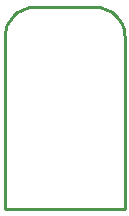
<source format=gbr>
G04 EAGLE Gerber RS-274X export*
G75*
%MOMM*%
%FSLAX34Y34*%
%LPD*%
%IN*%
%IPPOS*%
%AMOC8*
5,1,8,0,0,1.08239X$1,22.5*%
G01*
%ADD10C,0.254000*%


D10*
X0Y0D02*
X101600Y0D01*
X101600Y146050D01*
X101503Y148264D01*
X101214Y150461D01*
X100735Y152624D01*
X100068Y154737D01*
X99220Y156785D01*
X98197Y158750D01*
X97006Y160619D01*
X95658Y162377D01*
X94161Y164011D01*
X92527Y165508D01*
X90769Y166856D01*
X88900Y168047D01*
X86935Y169070D01*
X84887Y169918D01*
X82774Y170585D01*
X80611Y171064D01*
X78414Y171353D01*
X76200Y171450D01*
X25400Y171450D01*
X23186Y171353D01*
X20989Y171064D01*
X18826Y170585D01*
X16713Y169918D01*
X14666Y169070D01*
X12700Y168047D01*
X10831Y166856D01*
X9073Y165508D01*
X7440Y164011D01*
X5942Y162377D01*
X4594Y160619D01*
X3403Y158750D01*
X2380Y156785D01*
X1532Y154737D01*
X865Y152624D01*
X386Y150461D01*
X97Y148264D01*
X0Y146050D01*
X0Y0D01*
M02*

</source>
